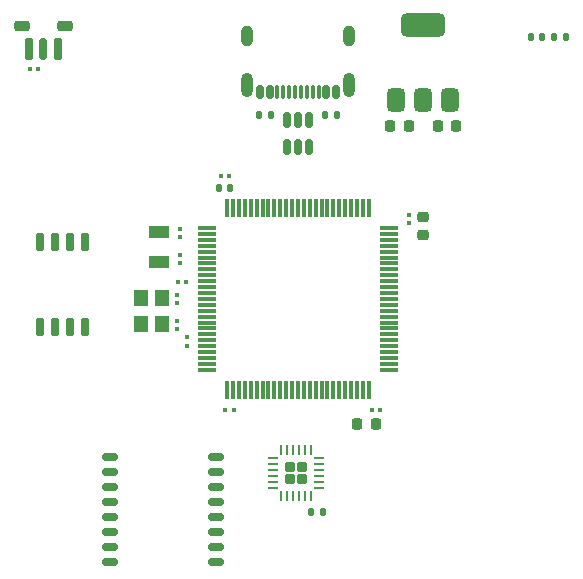
<source format=gtp>
G04 #@! TF.GenerationSoftware,KiCad,Pcbnew,8.0.7*
G04 #@! TF.CreationDate,2025-01-11T17:49:48-05:00*
G04 #@! TF.ProjectId,STM32H750VBT6_Minimalistic_Design,53544d33-3248-4373-9530-564254365f4d,rev?*
G04 #@! TF.SameCoordinates,Original*
G04 #@! TF.FileFunction,Paste,Top*
G04 #@! TF.FilePolarity,Positive*
%FSLAX46Y46*%
G04 Gerber Fmt 4.6, Leading zero omitted, Abs format (unit mm)*
G04 Created by KiCad (PCBNEW 8.0.7) date 2025-01-11 17:49:48*
%MOMM*%
%LPD*%
G01*
G04 APERTURE LIST*
G04 Aperture macros list*
%AMRoundRect*
0 Rectangle with rounded corners*
0 $1 Rounding radius*
0 $2 $3 $4 $5 $6 $7 $8 $9 X,Y pos of 4 corners*
0 Add a 4 corners polygon primitive as box body*
4,1,4,$2,$3,$4,$5,$6,$7,$8,$9,$2,$3,0*
0 Add four circle primitives for the rounded corners*
1,1,$1+$1,$2,$3*
1,1,$1+$1,$4,$5*
1,1,$1+$1,$6,$7*
1,1,$1+$1,$8,$9*
0 Add four rect primitives between the rounded corners*
20,1,$1+$1,$2,$3,$4,$5,0*
20,1,$1+$1,$4,$5,$6,$7,0*
20,1,$1+$1,$6,$7,$8,$9,0*
20,1,$1+$1,$8,$9,$2,$3,0*%
%AMFreePoly0*
4,1,25,0.266375,0.443630,0.297109,0.420047,0.420047,0.297109,0.458455,0.230584,0.463512,0.192176,0.463512,-0.192176,0.443630,-0.266375,0.420047,-0.297109,0.297109,-0.420047,0.230584,-0.458455,0.192176,-0.463512,-0.192176,-0.463512,-0.266375,-0.443630,-0.297109,-0.420047,-0.420047,-0.297109,-0.458455,-0.230584,-0.463512,-0.192176,-0.463512,0.192176,-0.443630,0.266375,-0.420047,0.297109,
-0.297109,0.420047,-0.230584,0.458455,-0.192176,0.463512,0.192176,0.463512,0.266375,0.443630,0.266375,0.443630,$1*%
G04 Aperture macros list end*
%ADD10RoundRect,0.079500X0.079500X0.100500X-0.079500X0.100500X-0.079500X-0.100500X0.079500X-0.100500X0*%
%ADD11RoundRect,0.079500X-0.079500X-0.100500X0.079500X-0.100500X0.079500X0.100500X-0.079500X0.100500X0*%
%ADD12FreePoly0,180.000000*%
%ADD13RoundRect,0.062500X0.375000X0.062500X-0.375000X0.062500X-0.375000X-0.062500X0.375000X-0.062500X0*%
%ADD14RoundRect,0.062500X0.062500X0.375000X-0.062500X0.375000X-0.062500X-0.375000X0.062500X-0.375000X0*%
%ADD15RoundRect,0.079500X-0.100500X0.079500X-0.100500X-0.079500X0.100500X-0.079500X0.100500X0.079500X0*%
%ADD16RoundRect,0.150000X0.150000X0.425000X-0.150000X0.425000X-0.150000X-0.425000X0.150000X-0.425000X0*%
%ADD17RoundRect,0.075000X0.075000X0.500000X-0.075000X0.500000X-0.075000X-0.500000X0.075000X-0.500000X0*%
%ADD18O,1.000000X2.100000*%
%ADD19O,1.000000X1.800000*%
%ADD20RoundRect,0.150000X0.150000X-0.650000X0.150000X0.650000X-0.150000X0.650000X-0.150000X-0.650000X0*%
%ADD21RoundRect,0.140000X-0.140000X-0.170000X0.140000X-0.170000X0.140000X0.170000X-0.140000X0.170000X0*%
%ADD22RoundRect,0.187500X0.187500X0.712500X-0.187500X0.712500X-0.187500X-0.712500X0.187500X-0.712500X0*%
%ADD23RoundRect,0.150000X0.150000X0.750000X-0.150000X0.750000X-0.150000X-0.750000X0.150000X-0.750000X0*%
%ADD24RoundRect,0.225000X0.425000X0.225000X-0.425000X0.225000X-0.425000X-0.225000X0.425000X-0.225000X0*%
%ADD25RoundRect,0.075000X-0.075000X-0.725000X0.075000X-0.725000X0.075000X0.725000X-0.075000X0.725000X0*%
%ADD26RoundRect,0.075000X-0.725000X-0.075000X0.725000X-0.075000X0.725000X0.075000X-0.725000X0.075000X0*%
%ADD27RoundRect,0.079500X0.100500X-0.079500X0.100500X0.079500X-0.100500X0.079500X-0.100500X-0.079500X0*%
%ADD28RoundRect,0.150000X-0.150000X0.512500X-0.150000X-0.512500X0.150000X-0.512500X0.150000X0.512500X0*%
%ADD29RoundRect,0.225000X-0.225000X-0.250000X0.225000X-0.250000X0.225000X0.250000X-0.225000X0.250000X0*%
%ADD30R,1.200000X1.400000*%
%ADD31RoundRect,0.225000X0.250000X-0.225000X0.250000X0.225000X-0.250000X0.225000X-0.250000X-0.225000X0*%
%ADD32RoundRect,0.225000X0.225000X0.250000X-0.225000X0.250000X-0.225000X-0.250000X0.225000X-0.250000X0*%
%ADD33RoundRect,0.150000X-0.537500X-0.150000X0.537500X-0.150000X0.537500X0.150000X-0.537500X0.150000X0*%
%ADD34RoundRect,0.140000X0.140000X0.170000X-0.140000X0.170000X-0.140000X-0.170000X0.140000X-0.170000X0*%
%ADD35RoundRect,0.375000X0.375000X-0.625000X0.375000X0.625000X-0.375000X0.625000X-0.375000X-0.625000X0*%
%ADD36RoundRect,0.500000X1.400000X-0.500000X1.400000X0.500000X-1.400000X0.500000X-1.400000X-0.500000X0*%
%ADD37R,1.800000X1.000000*%
G04 APERTURE END LIST*
D10*
X120395000Y-84915000D03*
X119705000Y-84915000D03*
D11*
X135855000Y-94000000D03*
X136545000Y-94000000D03*
D12*
X142750000Y-119637500D03*
X142750000Y-118637500D03*
X141750000Y-119637500D03*
X141750000Y-118637500D03*
D13*
X144187500Y-120387500D03*
X144187500Y-119887500D03*
X144187500Y-119387500D03*
X144187500Y-118887500D03*
X144187500Y-118387500D03*
X144187500Y-117887500D03*
D14*
X143500000Y-117200000D03*
X143000000Y-117200000D03*
X142500000Y-117200000D03*
X142000000Y-117200000D03*
X141500000Y-117200000D03*
X141000000Y-117200000D03*
D13*
X140312500Y-117887500D03*
X140312500Y-118387500D03*
X140312500Y-118887500D03*
X140312500Y-119387500D03*
X140312500Y-119887500D03*
X140312500Y-120387500D03*
D14*
X141000000Y-121075000D03*
X141500000Y-121075000D03*
X142000000Y-121075000D03*
X142500000Y-121075000D03*
X143000000Y-121075000D03*
X143500000Y-121075000D03*
D11*
X148655000Y-113830000D03*
X149345000Y-113830000D03*
D15*
X132400000Y-100655000D03*
X132400000Y-101345000D03*
D16*
X145600000Y-86875000D03*
X144800000Y-86875000D03*
D17*
X143650000Y-86875000D03*
X142650000Y-86875000D03*
X142150000Y-86875000D03*
X141150000Y-86875000D03*
D16*
X140000000Y-86875000D03*
X139200000Y-86875000D03*
X139200000Y-86875000D03*
X140000000Y-86875000D03*
D17*
X140650000Y-86875000D03*
X141650000Y-86875000D03*
X143150000Y-86875000D03*
X144150000Y-86875000D03*
D16*
X144800000Y-86875000D03*
X145600000Y-86875000D03*
D18*
X146720000Y-86300000D03*
D19*
X146720000Y-82120000D03*
D18*
X138080000Y-86300000D03*
D19*
X138080000Y-82120000D03*
D20*
X120590000Y-106800000D03*
X121860000Y-106800000D03*
X123130000Y-106800000D03*
X124400000Y-106800000D03*
X124400000Y-99600000D03*
X123130000Y-99600000D03*
X121860000Y-99600000D03*
X120590000Y-99600000D03*
D21*
X139120000Y-88800000D03*
X140080000Y-88800000D03*
D22*
X122075000Y-83215000D03*
X119625000Y-83215000D03*
D23*
X120850000Y-83215000D03*
D24*
X122700000Y-81265000D03*
X119000000Y-81265000D03*
D25*
X136400000Y-96725000D03*
X136900000Y-96725000D03*
X137400000Y-96725000D03*
X137900000Y-96725000D03*
X138400000Y-96725000D03*
X138900000Y-96725000D03*
X139400000Y-96725000D03*
X139900000Y-96725000D03*
X140400000Y-96725000D03*
X140900000Y-96725000D03*
X141400000Y-96725000D03*
X141900000Y-96725000D03*
X142400000Y-96725000D03*
X142900000Y-96725000D03*
X143400000Y-96725000D03*
X143900000Y-96725000D03*
X144400000Y-96725000D03*
X144900000Y-96725000D03*
X145400000Y-96725000D03*
X145900000Y-96725000D03*
X146400000Y-96725000D03*
X146900000Y-96725000D03*
X147400000Y-96725000D03*
X147900000Y-96725000D03*
X148400000Y-96725000D03*
D26*
X150075000Y-98400000D03*
X150075000Y-98900000D03*
X150075000Y-99400000D03*
X150075000Y-99900000D03*
X150075000Y-100400000D03*
X150075000Y-100900000D03*
X150075000Y-101400000D03*
X150075000Y-101900000D03*
X150075000Y-102400000D03*
X150075000Y-102900000D03*
X150075000Y-103400000D03*
X150075000Y-103900000D03*
X150075000Y-104400000D03*
X150075000Y-104900000D03*
X150075000Y-105400000D03*
X150075000Y-105900000D03*
X150075000Y-106400000D03*
X150075000Y-106900000D03*
X150075000Y-107400000D03*
X150075000Y-107900000D03*
X150075000Y-108400000D03*
X150075000Y-108900000D03*
X150075000Y-109400000D03*
X150075000Y-109900000D03*
X150075000Y-110400000D03*
D25*
X148400000Y-112075000D03*
X147900000Y-112075000D03*
X147400000Y-112075000D03*
X146900000Y-112075000D03*
X146400000Y-112075000D03*
X145900000Y-112075000D03*
X145400000Y-112075000D03*
X144900000Y-112075000D03*
X144400000Y-112075000D03*
X143900000Y-112075000D03*
X143400000Y-112075000D03*
X142900000Y-112075000D03*
X142400000Y-112075000D03*
X141900000Y-112075000D03*
X141400000Y-112075000D03*
X140900000Y-112075000D03*
X140400000Y-112075000D03*
X139900000Y-112075000D03*
X139400000Y-112075000D03*
X138900000Y-112075000D03*
X138400000Y-112075000D03*
X137900000Y-112075000D03*
X137400000Y-112075000D03*
X136900000Y-112075000D03*
X136400000Y-112075000D03*
D26*
X134725000Y-110400000D03*
X134725000Y-109900000D03*
X134725000Y-109400000D03*
X134725000Y-108900000D03*
X134725000Y-108400000D03*
X134725000Y-107900000D03*
X134725000Y-107400000D03*
X134725000Y-106900000D03*
X134725000Y-106400000D03*
X134725000Y-105900000D03*
X134725000Y-105400000D03*
X134725000Y-104900000D03*
X134725000Y-104400000D03*
X134725000Y-103900000D03*
X134725000Y-103400000D03*
X134725000Y-102900000D03*
X134725000Y-102400000D03*
X134725000Y-101900000D03*
X134725000Y-101400000D03*
X134725000Y-100900000D03*
X134725000Y-100400000D03*
X134725000Y-99900000D03*
X134725000Y-99400000D03*
X134725000Y-98900000D03*
X134725000Y-98400000D03*
D27*
X133000000Y-108345000D03*
X133000000Y-107655000D03*
D28*
X143350000Y-89262500D03*
X142400000Y-89262500D03*
X141450000Y-89262500D03*
X141450000Y-91537500D03*
X142400000Y-91537500D03*
X143350000Y-91537500D03*
D10*
X132945000Y-103000000D03*
X132255000Y-103000000D03*
X136945000Y-113800000D03*
X136255000Y-113800000D03*
D21*
X135720000Y-95000000D03*
X136680000Y-95000000D03*
D29*
X154225000Y-89800000D03*
X155775000Y-89800000D03*
D30*
X130850000Y-106500000D03*
X130850000Y-104300000D03*
X129150000Y-104300000D03*
X129150000Y-106500000D03*
D15*
X132200000Y-106255000D03*
X132200000Y-106945000D03*
D21*
X164120000Y-82200000D03*
X165080000Y-82200000D03*
D31*
X153000000Y-98975000D03*
X153000000Y-97425000D03*
D32*
X151775000Y-89800000D03*
X150225000Y-89800000D03*
D27*
X132400000Y-99145000D03*
X132400000Y-98455000D03*
D33*
X126512500Y-117755000D03*
X126512500Y-119025000D03*
X126512500Y-120295000D03*
X126512500Y-121565000D03*
X126512500Y-122835000D03*
X126512500Y-124105000D03*
X126512500Y-125375000D03*
X126512500Y-126645000D03*
X135487500Y-126645000D03*
X135487500Y-125375000D03*
X135487500Y-124105000D03*
X135487500Y-122835000D03*
X135487500Y-121565000D03*
X135487500Y-120295000D03*
X135487500Y-119025000D03*
X135487500Y-117755000D03*
D27*
X132200000Y-104745000D03*
X132200000Y-104055000D03*
D34*
X145680000Y-88800000D03*
X144720000Y-88800000D03*
D21*
X143520000Y-122400000D03*
X144480000Y-122400000D03*
D35*
X150700000Y-87550000D03*
X153000000Y-87550000D03*
D36*
X153000000Y-81250000D03*
D35*
X155300000Y-87550000D03*
D34*
X163080000Y-82200000D03*
X162120000Y-82200000D03*
D27*
X151800000Y-97945000D03*
X151800000Y-97255000D03*
D29*
X147425000Y-115000000D03*
X148975000Y-115000000D03*
D37*
X130600000Y-101250000D03*
X130600000Y-98750000D03*
M02*

</source>
